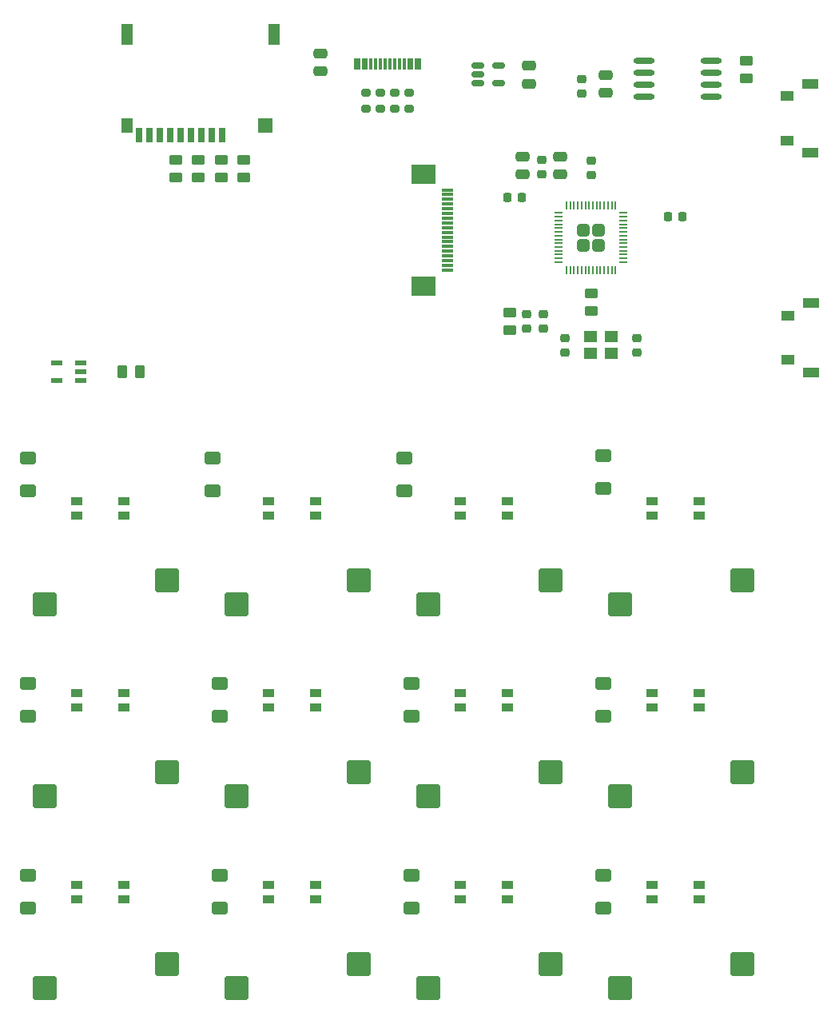
<source format=gbr>
%TF.GenerationSoftware,KiCad,Pcbnew,7.0.8*%
%TF.CreationDate,2023-12-04T11:10:45+01:00*%
%TF.ProjectId,scriptPad_PCB,73637269-7074-4506-9164-5f5043422e6b,rev?*%
%TF.SameCoordinates,Original*%
%TF.FileFunction,Paste,Bot*%
%TF.FilePolarity,Positive*%
%FSLAX46Y46*%
G04 Gerber Fmt 4.6, Leading zero omitted, Abs format (unit mm)*
G04 Created by KiCad (PCBNEW 7.0.8) date 2023-12-04 11:10:45*
%MOMM*%
%LPD*%
G01*
G04 APERTURE LIST*
G04 Aperture macros list*
%AMRoundRect*
0 Rectangle with rounded corners*
0 $1 Rounding radius*
0 $2 $3 $4 $5 $6 $7 $8 $9 X,Y pos of 4 corners*
0 Add a 4 corners polygon primitive as box body*
4,1,4,$2,$3,$4,$5,$6,$7,$8,$9,$2,$3,0*
0 Add four circle primitives for the rounded corners*
1,1,$1+$1,$2,$3*
1,1,$1+$1,$4,$5*
1,1,$1+$1,$6,$7*
1,1,$1+$1,$8,$9*
0 Add four rect primitives between the rounded corners*
20,1,$1+$1,$2,$3,$4,$5,0*
20,1,$1+$1,$4,$5,$6,$7,0*
20,1,$1+$1,$6,$7,$8,$9,0*
20,1,$1+$1,$8,$9,$2,$3,0*%
G04 Aperture macros list end*
%ADD10R,1.250000X0.300000*%
%ADD11R,2.500000X2.000000*%
%ADD12RoundRect,0.250000X0.450000X-0.262500X0.450000X0.262500X-0.450000X0.262500X-0.450000X-0.262500X0*%
%ADD13RoundRect,0.250000X1.025000X1.000000X-1.025000X1.000000X-1.025000X-1.000000X1.025000X-1.000000X0*%
%ADD14O,2.250000X0.630000*%
%ADD15RoundRect,0.200000X-0.275000X0.200000X-0.275000X-0.200000X0.275000X-0.200000X0.275000X0.200000X0*%
%ADD16R,1.400000X1.000000*%
%ADD17R,1.700000X1.000000*%
%ADD18R,1.200000X0.820000*%
%ADD19RoundRect,0.250000X-0.600000X0.400000X-0.600000X-0.400000X0.600000X-0.400000X0.600000X0.400000X0*%
%ADD20RoundRect,0.225000X-0.250000X0.225000X-0.250000X-0.225000X0.250000X-0.225000X0.250000X0.225000X0*%
%ADD21R,1.200000X0.550000*%
%ADD22RoundRect,0.250000X0.475000X-0.250000X0.475000X0.250000X-0.475000X0.250000X-0.475000X-0.250000X0*%
%ADD23R,0.700000X1.600000*%
%ADD24R,1.200000X1.500000*%
%ADD25R,1.200000X2.200000*%
%ADD26R,1.600000X1.500000*%
%ADD27R,1.400000X1.200000*%
%ADD28RoundRect,0.225000X0.250000X-0.225000X0.250000X0.225000X-0.250000X0.225000X-0.250000X-0.225000X0*%
%ADD29R,0.300000X1.300000*%
%ADD30RoundRect,0.249999X0.395001X0.395001X-0.395001X0.395001X-0.395001X-0.395001X0.395001X-0.395001X0*%
%ADD31RoundRect,0.050000X0.387500X0.050000X-0.387500X0.050000X-0.387500X-0.050000X0.387500X-0.050000X0*%
%ADD32RoundRect,0.050000X0.050000X0.387500X-0.050000X0.387500X-0.050000X-0.387500X0.050000X-0.387500X0*%
%ADD33RoundRect,0.225000X0.225000X0.250000X-0.225000X0.250000X-0.225000X-0.250000X0.225000X-0.250000X0*%
%ADD34RoundRect,0.225000X-0.225000X-0.250000X0.225000X-0.250000X0.225000X0.250000X-0.225000X0.250000X0*%
%ADD35RoundRect,0.150000X-0.512500X-0.150000X0.512500X-0.150000X0.512500X0.150000X-0.512500X0.150000X0*%
%ADD36RoundRect,0.250000X-0.262500X-0.450000X0.262500X-0.450000X0.262500X0.450000X-0.262500X0.450000X0*%
G04 APERTURE END LIST*
D10*
%TO.C,FPC1*%
X79014000Y-60266000D03*
X79014000Y-60766000D03*
X79014000Y-61266000D03*
X79014000Y-61766000D03*
X79014000Y-62266000D03*
X79014000Y-62766000D03*
X79014000Y-63266000D03*
X79014000Y-63766000D03*
X79014000Y-64266000D03*
X79014000Y-64766000D03*
X79014000Y-65266000D03*
X79014000Y-65766000D03*
X79014000Y-66266000D03*
X79014000Y-66766000D03*
X79014000Y-67266000D03*
X79014000Y-67766000D03*
X79014000Y-68266000D03*
X79014000Y-68766000D03*
D11*
X76434000Y-70456000D03*
X76474000Y-58576000D03*
%TD*%
D12*
%TO.C,R5*%
X94234000Y-71223500D03*
X94234000Y-73048500D03*
%TD*%
D13*
%TO.C,SW_CN9*%
X49249000Y-142240000D03*
X36322000Y-144780000D03*
%TD*%
D14*
%TO.C,U3*%
X99848000Y-50414000D03*
X99848000Y-49144000D03*
X99848000Y-47884000D03*
X99848000Y-46604000D03*
X106908000Y-50414000D03*
X106908000Y-49144000D03*
X106908000Y-47884000D03*
X106908000Y-46604000D03*
%TD*%
D15*
%TO.C,R12*%
X73406000Y-51650400D03*
X73406000Y-50000400D03*
%TD*%
%TO.C,R11*%
X71882000Y-51650400D03*
X71882000Y-50000400D03*
%TD*%
%TO.C,R2*%
X74955400Y-51650400D03*
X74955400Y-50000400D03*
%TD*%
%TO.C,R1*%
X70358000Y-51663600D03*
X70358000Y-50013600D03*
%TD*%
D13*
%TO.C,SW_CN6*%
X69569000Y-121920000D03*
X56642000Y-124460000D03*
%TD*%
%TO.C,SW_CN5*%
X49249000Y-121920000D03*
X36322000Y-124460000D03*
%TD*%
%TO.C,SW_CN4*%
X110209000Y-101600000D03*
X97282000Y-104140000D03*
%TD*%
%TO.C,SW_CN7*%
X89889000Y-121920000D03*
X76962000Y-124460000D03*
%TD*%
%TO.C,SW_CN3*%
X89889000Y-101600000D03*
X76962000Y-104140000D03*
%TD*%
%TO.C,SW_CN12*%
X110209000Y-142240000D03*
X97282000Y-144780000D03*
%TD*%
%TO.C,SW_CN2*%
X69569000Y-101600000D03*
X56642000Y-104140000D03*
%TD*%
%TO.C,SW_CN1*%
X49249000Y-101600000D03*
X36322000Y-104140000D03*
%TD*%
%TO.C,SW_CN10*%
X69569000Y-142240000D03*
X56642000Y-144780000D03*
%TD*%
%TO.C,SW_CN11*%
X89889000Y-142240000D03*
X76962000Y-144780000D03*
%TD*%
%TO.C,SW_CN8*%
X110209000Y-121920000D03*
X97282000Y-124460000D03*
%TD*%
D16*
%TO.C,SW2*%
X115004500Y-55055000D03*
X115004500Y-50355000D03*
D17*
X117404500Y-56355000D03*
X117404500Y-49055000D03*
%TD*%
D18*
%TO.C,LED9*%
X44664000Y-135370000D03*
X44664000Y-133870000D03*
X39664000Y-133870000D03*
X39664000Y-135370000D03*
%TD*%
D19*
%TO.C,D12*%
X95504000Y-132870000D03*
X95504000Y-136370000D03*
%TD*%
D18*
%TO.C,LED8*%
X105624000Y-115050000D03*
X105624000Y-113550000D03*
X100624000Y-113550000D03*
X100624000Y-115050000D03*
%TD*%
D16*
%TO.C,SW3*%
X115097000Y-78280000D03*
X115097000Y-73580000D03*
D17*
X117497000Y-79580000D03*
X117497000Y-72280000D03*
%TD*%
D20*
%TO.C,C6*%
X91440000Y-75933000D03*
X91440000Y-77483000D03*
%TD*%
D21*
%TO.C,U4*%
X40162000Y-78552000D03*
X40162000Y-79502000D03*
X40162000Y-80452000D03*
X37562000Y-80452000D03*
X37562000Y-78552000D03*
%TD*%
D12*
%TO.C,R8*%
X52578000Y-58951500D03*
X52578000Y-57126500D03*
%TD*%
%TO.C,R7*%
X54991000Y-58951500D03*
X54991000Y-57126500D03*
%TD*%
D18*
%TO.C,LED1*%
X44664000Y-94730000D03*
X44664000Y-93230000D03*
X39664000Y-93230000D03*
X39664000Y-94730000D03*
%TD*%
%TO.C,LED4*%
X105624000Y-94730000D03*
X105624000Y-93230000D03*
X100624000Y-93230000D03*
X100624000Y-94730000D03*
%TD*%
D22*
%TO.C,C1*%
X65532000Y-47686000D03*
X65532000Y-45786000D03*
%TD*%
D19*
%TO.C,D9*%
X34544000Y-132870000D03*
X34544000Y-136370000D03*
%TD*%
D20*
%TO.C,C8*%
X87376000Y-73393000D03*
X87376000Y-74943000D03*
%TD*%
D23*
%TO.C,Card1*%
X55080000Y-54434000D03*
X53980000Y-54434000D03*
X52880000Y-54434000D03*
X51780000Y-54434000D03*
X50680000Y-54434000D03*
X49580000Y-54434000D03*
X48480000Y-54434000D03*
X47380000Y-54434000D03*
X46280000Y-54434000D03*
D24*
X45080000Y-53434000D03*
D25*
X45080000Y-43834000D03*
D26*
X59680000Y-53434000D03*
D25*
X60580000Y-43834000D03*
%TD*%
D18*
%TO.C,LED5*%
X44664000Y-115050000D03*
X44664000Y-113550000D03*
X39664000Y-113550000D03*
X39664000Y-115050000D03*
%TD*%
%TO.C,LED6*%
X64984000Y-115050000D03*
X64984000Y-113550000D03*
X59984000Y-113550000D03*
X59984000Y-115050000D03*
%TD*%
D22*
%TO.C,C7*%
X90932000Y-58608000D03*
X90932000Y-56708000D03*
%TD*%
D27*
%TO.C,X1*%
X96350000Y-77588000D03*
X94150000Y-77588000D03*
X94150000Y-75828000D03*
X96350000Y-75828000D03*
%TD*%
D22*
%TO.C,C3*%
X95758000Y-49972000D03*
X95758000Y-48072000D03*
%TD*%
D28*
%TO.C,C5*%
X99060000Y-77483000D03*
X99060000Y-75933000D03*
%TD*%
D22*
%TO.C,C2*%
X87630000Y-49022000D03*
X87630000Y-47122000D03*
%TD*%
D18*
%TO.C,LED12*%
X105624000Y-135370000D03*
X105624000Y-133870000D03*
X100624000Y-133870000D03*
X100624000Y-135370000D03*
%TD*%
D22*
%TO.C,C11*%
X86969600Y-58608000D03*
X86969600Y-56708000D03*
%TD*%
D18*
%TO.C,LED10*%
X64984000Y-135370000D03*
X64984000Y-133870000D03*
X59984000Y-133870000D03*
X59984000Y-135370000D03*
%TD*%
D19*
%TO.C,D10*%
X54864000Y-132870000D03*
X54864000Y-136370000D03*
%TD*%
D20*
%TO.C,C14*%
X89154000Y-73393000D03*
X89154000Y-74943000D03*
%TD*%
D29*
%TO.C,USBC1*%
X69294000Y-46920000D03*
X70094000Y-46920000D03*
X71394000Y-46920000D03*
X72394000Y-46920000D03*
X72894000Y-46920000D03*
X73894000Y-46920000D03*
X75194000Y-46920000D03*
X75994000Y-46920000D03*
X75694000Y-46920000D03*
X74894000Y-46920000D03*
X74394000Y-46920000D03*
X73394000Y-46920000D03*
X71894000Y-46920000D03*
X70894000Y-46920000D03*
X70394000Y-46920000D03*
X69594000Y-46920000D03*
%TD*%
D19*
%TO.C,D4*%
X95504000Y-88420000D03*
X95504000Y-91920000D03*
%TD*%
D28*
%TO.C,C10*%
X94234000Y-58687000D03*
X94234000Y-57137000D03*
%TD*%
D19*
%TO.C,D11*%
X75184000Y-132870000D03*
X75184000Y-136370000D03*
%TD*%
%TO.C,D2*%
X54102000Y-88674000D03*
X54102000Y-92174000D03*
%TD*%
%TO.C,D7*%
X75184000Y-112550000D03*
X75184000Y-116050000D03*
%TD*%
D12*
%TO.C,R3*%
X110617000Y-48410500D03*
X110617000Y-46585500D03*
%TD*%
D19*
%TO.C,D3*%
X74422000Y-88674000D03*
X74422000Y-92174000D03*
%TD*%
D30*
%TO.C,U1*%
X94996000Y-66116000D03*
X94996000Y-64516000D03*
X93396000Y-66116000D03*
X93396000Y-64516000D03*
D31*
X97633500Y-62716000D03*
X97633500Y-63116000D03*
X97633500Y-63516000D03*
X97633500Y-63916000D03*
X97633500Y-64316000D03*
X97633500Y-64716000D03*
X97633500Y-65116000D03*
X97633500Y-65516000D03*
X97633500Y-65916000D03*
X97633500Y-66316000D03*
X97633500Y-66716000D03*
X97633500Y-67116000D03*
X97633500Y-67516000D03*
X97633500Y-67916000D03*
D32*
X96796000Y-68753500D03*
X96396000Y-68753500D03*
X95996000Y-68753500D03*
X95596000Y-68753500D03*
X95196000Y-68753500D03*
X94796000Y-68753500D03*
X94396000Y-68753500D03*
X93996000Y-68753500D03*
X93596000Y-68753500D03*
X93196000Y-68753500D03*
X92796000Y-68753500D03*
X92396000Y-68753500D03*
X91996000Y-68753500D03*
X91596000Y-68753500D03*
D31*
X90758500Y-67916000D03*
X90758500Y-67516000D03*
X90758500Y-67116000D03*
X90758500Y-66716000D03*
X90758500Y-66316000D03*
X90758500Y-65916000D03*
X90758500Y-65516000D03*
X90758500Y-65116000D03*
X90758500Y-64716000D03*
X90758500Y-64316000D03*
X90758500Y-63916000D03*
X90758500Y-63516000D03*
X90758500Y-63116000D03*
X90758500Y-62716000D03*
D32*
X91596000Y-61878500D03*
X91996000Y-61878500D03*
X92396000Y-61878500D03*
X92796000Y-61878500D03*
X93196000Y-61878500D03*
X93596000Y-61878500D03*
X93996000Y-61878500D03*
X94396000Y-61878500D03*
X94796000Y-61878500D03*
X95196000Y-61878500D03*
X95596000Y-61878500D03*
X95996000Y-61878500D03*
X96396000Y-61878500D03*
X96796000Y-61878500D03*
%TD*%
D33*
%TO.C,C13*%
X86881000Y-61087000D03*
X85331000Y-61087000D03*
%TD*%
D19*
%TO.C,D5*%
X34544000Y-112550000D03*
X34544000Y-116050000D03*
%TD*%
D34*
%TO.C,C9*%
X103899000Y-63119000D03*
X102349000Y-63119000D03*
%TD*%
D18*
%TO.C,LED7*%
X85304000Y-115050000D03*
X85304000Y-113550000D03*
X80304000Y-113550000D03*
X80304000Y-115050000D03*
%TD*%
D19*
%TO.C,D1*%
X34544000Y-88674000D03*
X34544000Y-92174000D03*
%TD*%
D18*
%TO.C,LED2*%
X64984000Y-94730000D03*
X64984000Y-93230000D03*
X59984000Y-93230000D03*
X59984000Y-94730000D03*
%TD*%
D35*
%TO.C,U2*%
X82174500Y-48956000D03*
X82174500Y-48006000D03*
X82174500Y-47056000D03*
X84449500Y-47056000D03*
X84449500Y-48956000D03*
%TD*%
D19*
%TO.C,D8*%
X95504000Y-112550000D03*
X95504000Y-116050000D03*
%TD*%
D12*
%TO.C,R4*%
X85598000Y-75093500D03*
X85598000Y-73268500D03*
%TD*%
D28*
%TO.C,C12*%
X88950800Y-58636200D03*
X88950800Y-57086200D03*
%TD*%
D12*
%TO.C,R9*%
X50165000Y-58951500D03*
X50165000Y-57126500D03*
%TD*%
D18*
%TO.C,LED11*%
X85304000Y-135370000D03*
X85304000Y-133870000D03*
X80304000Y-133870000D03*
X80304000Y-135370000D03*
%TD*%
D12*
%TO.C,R6*%
X57404000Y-58951500D03*
X57404000Y-57126500D03*
%TD*%
D18*
%TO.C,LED3*%
X85304000Y-94730000D03*
X85304000Y-93230000D03*
X80304000Y-93230000D03*
X80304000Y-94730000D03*
%TD*%
D28*
%TO.C,C4*%
X93218000Y-50051000D03*
X93218000Y-48501000D03*
%TD*%
D36*
%TO.C,R10*%
X44553500Y-79502000D03*
X46378500Y-79502000D03*
%TD*%
D19*
%TO.C,D6*%
X54864000Y-112550000D03*
X54864000Y-116050000D03*
%TD*%
M02*

</source>
